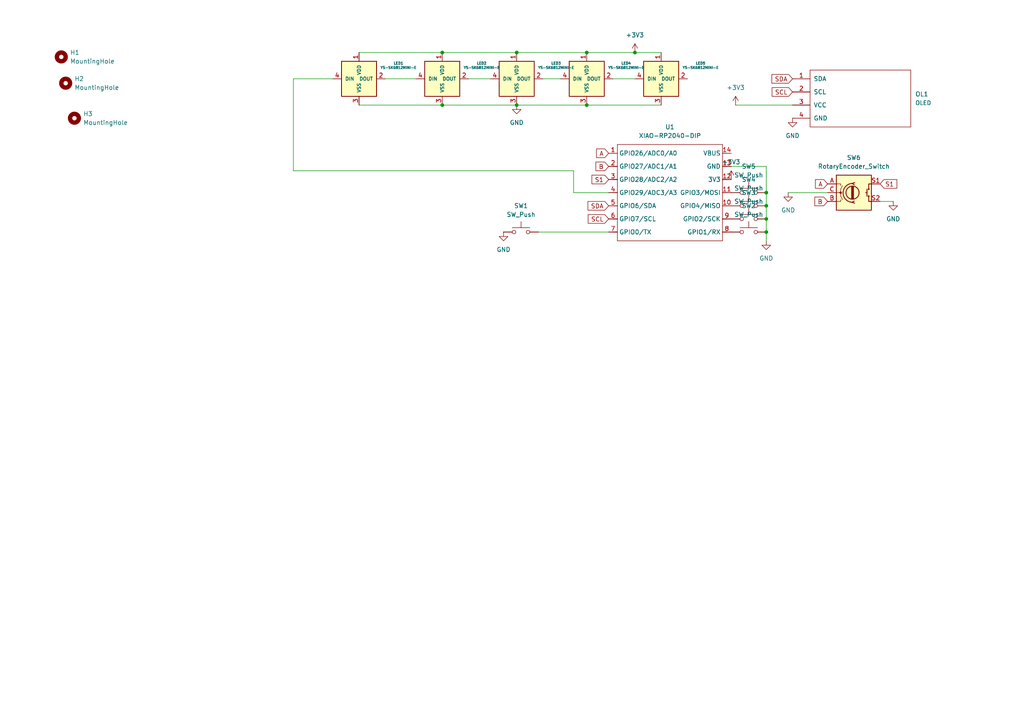
<source format=kicad_sch>
(kicad_sch
	(version 20250114)
	(generator "eeschema")
	(generator_version "9.0")
	(uuid "87fff923-44e0-4914-87f1-58ab986bbc4f")
	(paper "A4")
	(lib_symbols
		(symbol "Device:RotaryEncoder_Switch"
			(pin_names
				(offset 0.254)
				(hide yes)
			)
			(exclude_from_sim no)
			(in_bom yes)
			(on_board yes)
			(property "Reference" "SW"
				(at 0 6.604 0)
				(effects
					(font
						(size 1.27 1.27)
					)
				)
			)
			(property "Value" "RotaryEncoder_Switch"
				(at 0 -6.604 0)
				(effects
					(font
						(size 1.27 1.27)
					)
				)
			)
			(property "Footprint" ""
				(at -3.81 4.064 0)
				(effects
					(font
						(size 1.27 1.27)
					)
					(hide yes)
				)
			)
			(property "Datasheet" "~"
				(at 0 6.604 0)
				(effects
					(font
						(size 1.27 1.27)
					)
					(hide yes)
				)
			)
			(property "Description" "Rotary encoder, dual channel, incremental quadrate outputs, with switch"
				(at 0 0 0)
				(effects
					(font
						(size 1.27 1.27)
					)
					(hide yes)
				)
			)
			(property "ki_keywords" "rotary switch encoder switch push button"
				(at 0 0 0)
				(effects
					(font
						(size 1.27 1.27)
					)
					(hide yes)
				)
			)
			(property "ki_fp_filters" "RotaryEncoder*Switch*"
				(at 0 0 0)
				(effects
					(font
						(size 1.27 1.27)
					)
					(hide yes)
				)
			)
			(symbol "RotaryEncoder_Switch_0_1"
				(rectangle
					(start -5.08 5.08)
					(end 5.08 -5.08)
					(stroke
						(width 0.254)
						(type default)
					)
					(fill
						(type background)
					)
				)
				(polyline
					(pts
						(xy -5.08 2.54) (xy -3.81 2.54) (xy -3.81 2.032)
					)
					(stroke
						(width 0)
						(type default)
					)
					(fill
						(type none)
					)
				)
				(polyline
					(pts
						(xy -5.08 0) (xy -3.81 0) (xy -3.81 -1.016) (xy -3.302 -2.032)
					)
					(stroke
						(width 0)
						(type default)
					)
					(fill
						(type none)
					)
				)
				(polyline
					(pts
						(xy -5.08 -2.54) (xy -3.81 -2.54) (xy -3.81 -2.032)
					)
					(stroke
						(width 0)
						(type default)
					)
					(fill
						(type none)
					)
				)
				(polyline
					(pts
						(xy -4.318 0) (xy -3.81 0) (xy -3.81 1.016) (xy -3.302 2.032)
					)
					(stroke
						(width 0)
						(type default)
					)
					(fill
						(type none)
					)
				)
				(circle
					(center -3.81 0)
					(radius 0.254)
					(stroke
						(width 0)
						(type default)
					)
					(fill
						(type outline)
					)
				)
				(polyline
					(pts
						(xy -0.635 -1.778) (xy -0.635 1.778)
					)
					(stroke
						(width 0.254)
						(type default)
					)
					(fill
						(type none)
					)
				)
				(circle
					(center -0.381 0)
					(radius 1.905)
					(stroke
						(width 0.254)
						(type default)
					)
					(fill
						(type none)
					)
				)
				(polyline
					(pts
						(xy -0.381 -1.778) (xy -0.381 1.778)
					)
					(stroke
						(width 0.254)
						(type default)
					)
					(fill
						(type none)
					)
				)
				(arc
					(start -0.381 -2.794)
					(mid -3.0988 -0.0635)
					(end -0.381 2.667)
					(stroke
						(width 0.254)
						(type default)
					)
					(fill
						(type none)
					)
				)
				(polyline
					(pts
						(xy -0.127 1.778) (xy -0.127 -1.778)
					)
					(stroke
						(width 0.254)
						(type default)
					)
					(fill
						(type none)
					)
				)
				(polyline
					(pts
						(xy 0.254 2.921) (xy -0.508 2.667) (xy 0.127 2.286)
					)
					(stroke
						(width 0.254)
						(type default)
					)
					(fill
						(type none)
					)
				)
				(polyline
					(pts
						(xy 0.254 -3.048) (xy -0.508 -2.794) (xy 0.127 -2.413)
					)
					(stroke
						(width 0.254)
						(type default)
					)
					(fill
						(type none)
					)
				)
				(polyline
					(pts
						(xy 3.81 1.016) (xy 3.81 -1.016)
					)
					(stroke
						(width 0.254)
						(type default)
					)
					(fill
						(type none)
					)
				)
				(polyline
					(pts
						(xy 3.81 0) (xy 3.429 0)
					)
					(stroke
						(width 0.254)
						(type default)
					)
					(fill
						(type none)
					)
				)
				(circle
					(center 4.318 1.016)
					(radius 0.127)
					(stroke
						(width 0.254)
						(type default)
					)
					(fill
						(type none)
					)
				)
				(circle
					(center 4.318 -1.016)
					(radius 0.127)
					(stroke
						(width 0.254)
						(type default)
					)
					(fill
						(type none)
					)
				)
				(polyline
					(pts
						(xy 5.08 2.54) (xy 4.318 2.54) (xy 4.318 1.016)
					)
					(stroke
						(width 0.254)
						(type default)
					)
					(fill
						(type none)
					)
				)
				(polyline
					(pts
						(xy 5.08 -2.54) (xy 4.318 -2.54) (xy 4.318 -1.016)
					)
					(stroke
						(width 0.254)
						(type default)
					)
					(fill
						(type none)
					)
				)
			)
			(symbol "RotaryEncoder_Switch_1_1"
				(pin passive line
					(at -7.62 2.54 0)
					(length 2.54)
					(name "A"
						(effects
							(font
								(size 1.27 1.27)
							)
						)
					)
					(number "A"
						(effects
							(font
								(size 1.27 1.27)
							)
						)
					)
				)
				(pin passive line
					(at -7.62 0 0)
					(length 2.54)
					(name "C"
						(effects
							(font
								(size 1.27 1.27)
							)
						)
					)
					(number "C"
						(effects
							(font
								(size 1.27 1.27)
							)
						)
					)
				)
				(pin passive line
					(at -7.62 -2.54 0)
					(length 2.54)
					(name "B"
						(effects
							(font
								(size 1.27 1.27)
							)
						)
					)
					(number "B"
						(effects
							(font
								(size 1.27 1.27)
							)
						)
					)
				)
				(pin passive line
					(at 7.62 2.54 180)
					(length 2.54)
					(name "S1"
						(effects
							(font
								(size 1.27 1.27)
							)
						)
					)
					(number "S1"
						(effects
							(font
								(size 1.27 1.27)
							)
						)
					)
				)
				(pin passive line
					(at 7.62 -2.54 180)
					(length 2.54)
					(name "S2"
						(effects
							(font
								(size 1.27 1.27)
							)
						)
					)
					(number "S2"
						(effects
							(font
								(size 1.27 1.27)
							)
						)
					)
				)
			)
			(embedded_fonts no)
		)
		(symbol "Mechanical:MountingHole"
			(pin_names
				(offset 1.016)
			)
			(exclude_from_sim no)
			(in_bom no)
			(on_board yes)
			(property "Reference" "H"
				(at 0 5.08 0)
				(effects
					(font
						(size 1.27 1.27)
					)
				)
			)
			(property "Value" "MountingHole"
				(at 0 3.175 0)
				(effects
					(font
						(size 1.27 1.27)
					)
				)
			)
			(property "Footprint" ""
				(at 0 0 0)
				(effects
					(font
						(size 1.27 1.27)
					)
					(hide yes)
				)
			)
			(property "Datasheet" "~"
				(at 0 0 0)
				(effects
					(font
						(size 1.27 1.27)
					)
					(hide yes)
				)
			)
			(property "Description" "Mounting Hole without connection"
				(at 0 0 0)
				(effects
					(font
						(size 1.27 1.27)
					)
					(hide yes)
				)
			)
			(property "ki_keywords" "mounting hole"
				(at 0 0 0)
				(effects
					(font
						(size 1.27 1.27)
					)
					(hide yes)
				)
			)
			(property "ki_fp_filters" "MountingHole*"
				(at 0 0 0)
				(effects
					(font
						(size 1.27 1.27)
					)
					(hide yes)
				)
			)
			(symbol "MountingHole_0_1"
				(circle
					(center 0 0)
					(radius 1.27)
					(stroke
						(width 1.27)
						(type default)
					)
					(fill
						(type none)
					)
				)
			)
			(embedded_fonts no)
		)
		(symbol "Seeed_Studio_XIAO_Series:XIAO-RP2040-DIP"
			(exclude_from_sim no)
			(in_bom yes)
			(on_board yes)
			(property "Reference" "U"
				(at 0 0 0)
				(effects
					(font
						(size 1.27 1.27)
					)
				)
			)
			(property "Value" "XIAO-RP2040-DIP"
				(at 5.334 -1.778 0)
				(effects
					(font
						(size 1.27 1.27)
					)
				)
			)
			(property "Footprint" "Module:MOUDLE14P-XIAO-DIP-SMD"
				(at 14.478 -32.258 0)
				(effects
					(font
						(size 1.27 1.27)
					)
					(hide yes)
				)
			)
			(property "Datasheet" ""
				(at 0 0 0)
				(effects
					(font
						(size 1.27 1.27)
					)
					(hide yes)
				)
			)
			(property "Description" ""
				(at 0 0 0)
				(effects
					(font
						(size 1.27 1.27)
					)
					(hide yes)
				)
			)
			(symbol "XIAO-RP2040-DIP_1_0"
				(polyline
					(pts
						(xy -1.27 -2.54) (xy 29.21 -2.54)
					)
					(stroke
						(width 0.1524)
						(type solid)
					)
					(fill
						(type none)
					)
				)
				(polyline
					(pts
						(xy -1.27 -5.08) (xy -2.54 -5.08)
					)
					(stroke
						(width 0.1524)
						(type solid)
					)
					(fill
						(type none)
					)
				)
				(polyline
					(pts
						(xy -1.27 -5.08) (xy -1.27 -2.54)
					)
					(stroke
						(width 0.1524)
						(type solid)
					)
					(fill
						(type none)
					)
				)
				(polyline
					(pts
						(xy -1.27 -8.89) (xy -2.54 -8.89)
					)
					(stroke
						(width 0.1524)
						(type solid)
					)
					(fill
						(type none)
					)
				)
				(polyline
					(pts
						(xy -1.27 -8.89) (xy -1.27 -5.08)
					)
					(stroke
						(width 0.1524)
						(type solid)
					)
					(fill
						(type none)
					)
				)
				(polyline
					(pts
						(xy -1.27 -12.7) (xy -2.54 -12.7)
					)
					(stroke
						(width 0.1524)
						(type solid)
					)
					(fill
						(type none)
					)
				)
				(polyline
					(pts
						(xy -1.27 -12.7) (xy -1.27 -8.89)
					)
					(stroke
						(width 0.1524)
						(type solid)
					)
					(fill
						(type none)
					)
				)
				(polyline
					(pts
						(xy -1.27 -16.51) (xy -2.54 -16.51)
					)
					(stroke
						(width 0.1524)
						(type solid)
					)
					(fill
						(type none)
					)
				)
				(polyline
					(pts
						(xy -1.27 -16.51) (xy -1.27 -12.7)
					)
					(stroke
						(width 0.1524)
						(type solid)
					)
					(fill
						(type none)
					)
				)
				(polyline
					(pts
						(xy -1.27 -20.32) (xy -2.54 -20.32)
					)
					(stroke
						(width 0.1524)
						(type solid)
					)
					(fill
						(type none)
					)
				)
				(polyline
					(pts
						(xy -1.27 -24.13) (xy -2.54 -24.13)
					)
					(stroke
						(width 0.1524)
						(type solid)
					)
					(fill
						(type none)
					)
				)
				(polyline
					(pts
						(xy -1.27 -27.94) (xy -2.54 -27.94)
					)
					(stroke
						(width 0.1524)
						(type solid)
					)
					(fill
						(type none)
					)
				)
				(polyline
					(pts
						(xy -1.27 -30.48) (xy -1.27 -16.51)
					)
					(stroke
						(width 0.1524)
						(type solid)
					)
					(fill
						(type none)
					)
				)
				(polyline
					(pts
						(xy 29.21 -2.54) (xy 29.21 -5.08)
					)
					(stroke
						(width 0.1524)
						(type solid)
					)
					(fill
						(type none)
					)
				)
				(polyline
					(pts
						(xy 29.21 -5.08) (xy 29.21 -8.89)
					)
					(stroke
						(width 0.1524)
						(type solid)
					)
					(fill
						(type none)
					)
				)
				(polyline
					(pts
						(xy 29.21 -8.89) (xy 29.21 -12.7)
					)
					(stroke
						(width 0.1524)
						(type solid)
					)
					(fill
						(type none)
					)
				)
				(polyline
					(pts
						(xy 29.21 -12.7) (xy 29.21 -30.48)
					)
					(stroke
						(width 0.1524)
						(type solid)
					)
					(fill
						(type none)
					)
				)
				(polyline
					(pts
						(xy 29.21 -30.48) (xy -1.27 -30.48)
					)
					(stroke
						(width 0.1524)
						(type solid)
					)
					(fill
						(type none)
					)
				)
				(polyline
					(pts
						(xy 30.48 -5.08) (xy 29.21 -5.08)
					)
					(stroke
						(width 0.1524)
						(type solid)
					)
					(fill
						(type none)
					)
				)
				(polyline
					(pts
						(xy 30.48 -8.89) (xy 29.21 -8.89)
					)
					(stroke
						(width 0.1524)
						(type solid)
					)
					(fill
						(type none)
					)
				)
				(polyline
					(pts
						(xy 30.48 -12.7) (xy 29.21 -12.7)
					)
					(stroke
						(width 0.1524)
						(type solid)
					)
					(fill
						(type none)
					)
				)
				(polyline
					(pts
						(xy 30.48 -16.51) (xy 29.21 -16.51)
					)
					(stroke
						(width 0.1524)
						(type solid)
					)
					(fill
						(type none)
					)
				)
				(polyline
					(pts
						(xy 30.48 -20.32) (xy 29.21 -20.32)
					)
					(stroke
						(width 0.1524)
						(type solid)
					)
					(fill
						(type none)
					)
				)
				(polyline
					(pts
						(xy 30.48 -24.13) (xy 29.21 -24.13)
					)
					(stroke
						(width 0.1524)
						(type solid)
					)
					(fill
						(type none)
					)
				)
				(polyline
					(pts
						(xy 30.48 -27.94) (xy 29.21 -27.94)
					)
					(stroke
						(width 0.1524)
						(type solid)
					)
					(fill
						(type none)
					)
				)
				(pin passive line
					(at -3.81 -5.08 0)
					(length 2.54)
					(name "GPIO26/ADC0/A0"
						(effects
							(font
								(size 1.27 1.27)
							)
						)
					)
					(number "1"
						(effects
							(font
								(size 1.27 1.27)
							)
						)
					)
				)
				(pin passive line
					(at -3.81 -8.89 0)
					(length 2.54)
					(name "GPIO27/ADC1/A1"
						(effects
							(font
								(size 1.27 1.27)
							)
						)
					)
					(number "2"
						(effects
							(font
								(size 1.27 1.27)
							)
						)
					)
				)
				(pin passive line
					(at -3.81 -12.7 0)
					(length 2.54)
					(name "GPIO28/ADC2/A2"
						(effects
							(font
								(size 1.27 1.27)
							)
						)
					)
					(number "3"
						(effects
							(font
								(size 1.27 1.27)
							)
						)
					)
				)
				(pin passive line
					(at -3.81 -16.51 0)
					(length 2.54)
					(name "GPIO29/ADC3/A3"
						(effects
							(font
								(size 1.27 1.27)
							)
						)
					)
					(number "4"
						(effects
							(font
								(size 1.27 1.27)
							)
						)
					)
				)
				(pin passive line
					(at -3.81 -20.32 0)
					(length 2.54)
					(name "GPIO6/SDA"
						(effects
							(font
								(size 1.27 1.27)
							)
						)
					)
					(number "5"
						(effects
							(font
								(size 1.27 1.27)
							)
						)
					)
				)
				(pin passive line
					(at -3.81 -24.13 0)
					(length 2.54)
					(name "GPIO7/SCL"
						(effects
							(font
								(size 1.27 1.27)
							)
						)
					)
					(number "6"
						(effects
							(font
								(size 1.27 1.27)
							)
						)
					)
				)
				(pin passive line
					(at -3.81 -27.94 0)
					(length 2.54)
					(name "GPIO0/TX"
						(effects
							(font
								(size 1.27 1.27)
							)
						)
					)
					(number "7"
						(effects
							(font
								(size 1.27 1.27)
							)
						)
					)
				)
				(pin passive line
					(at 31.75 -5.08 180)
					(length 2.54)
					(name "VBUS"
						(effects
							(font
								(size 1.27 1.27)
							)
						)
					)
					(number "14"
						(effects
							(font
								(size 1.27 1.27)
							)
						)
					)
				)
				(pin passive line
					(at 31.75 -8.89 180)
					(length 2.54)
					(name "GND"
						(effects
							(font
								(size 1.27 1.27)
							)
						)
					)
					(number "13"
						(effects
							(font
								(size 1.27 1.27)
							)
						)
					)
				)
				(pin passive line
					(at 31.75 -12.7 180)
					(length 2.54)
					(name "3V3"
						(effects
							(font
								(size 1.27 1.27)
							)
						)
					)
					(number "12"
						(effects
							(font
								(size 1.27 1.27)
							)
						)
					)
				)
				(pin passive line
					(at 31.75 -16.51 180)
					(length 2.54)
					(name "GPIO3/MOSI"
						(effects
							(font
								(size 1.27 1.27)
							)
						)
					)
					(number "11"
						(effects
							(font
								(size 1.27 1.27)
							)
						)
					)
				)
				(pin passive line
					(at 31.75 -20.32 180)
					(length 2.54)
					(name "GPIO4/MISO"
						(effects
							(font
								(size 1.27 1.27)
							)
						)
					)
					(number "10"
						(effects
							(font
								(size 1.27 1.27)
							)
						)
					)
				)
				(pin passive line
					(at 31.75 -24.13 180)
					(length 2.54)
					(name "GPIO2/SCK"
						(effects
							(font
								(size 1.27 1.27)
							)
						)
					)
					(number "9"
						(effects
							(font
								(size 1.27 1.27)
							)
						)
					)
				)
				(pin passive line
					(at 31.75 -27.94 180)
					(length 2.54)
					(name "GPIO1/RX"
						(effects
							(font
								(size 1.27 1.27)
							)
						)
					)
					(number "8"
						(effects
							(font
								(size 1.27 1.27)
							)
						)
					)
				)
			)
			(embedded_fonts no)
		)
		(symbol "Switch:SW_Push"
			(pin_numbers
				(hide yes)
			)
			(pin_names
				(offset 1.016)
				(hide yes)
			)
			(exclude_from_sim no)
			(in_bom yes)
			(on_board yes)
			(property "Reference" "SW"
				(at 1.27 2.54 0)
				(effects
					(font
						(size 1.27 1.27)
					)
					(justify left)
				)
			)
			(property "Value" "SW_Push"
				(at 0 -1.524 0)
				(effects
					(font
						(size 1.27 1.27)
					)
				)
			)
			(property "Footprint" ""
				(at 0 5.08 0)
				(effects
					(font
						(size 1.27 1.27)
					)
					(hide yes)
				)
			)
			(property "Datasheet" "~"
				(at 0 5.08 0)
				(effects
					(font
						(size 1.27 1.27)
					)
					(hide yes)
				)
			)
			(property "Description" "Push button switch, generic, two pins"
				(at 0 0 0)
				(effects
					(font
						(size 1.27 1.27)
					)
					(hide yes)
				)
			)
			(property "ki_keywords" "switch normally-open pushbutton push-button"
				(at 0 0 0)
				(effects
					(font
						(size 1.27 1.27)
					)
					(hide yes)
				)
			)
			(symbol "SW_Push_0_1"
				(circle
					(center -2.032 0)
					(radius 0.508)
					(stroke
						(width 0)
						(type default)
					)
					(fill
						(type none)
					)
				)
				(polyline
					(pts
						(xy 0 1.27) (xy 0 3.048)
					)
					(stroke
						(width 0)
						(type default)
					)
					(fill
						(type none)
					)
				)
				(circle
					(center 2.032 0)
					(radius 0.508)
					(stroke
						(width 0)
						(type default)
					)
					(fill
						(type none)
					)
				)
				(polyline
					(pts
						(xy 2.54 1.27) (xy -2.54 1.27)
					)
					(stroke
						(width 0)
						(type default)
					)
					(fill
						(type none)
					)
				)
				(pin passive line
					(at -5.08 0 0)
					(length 2.54)
					(name "1"
						(effects
							(font
								(size 1.27 1.27)
							)
						)
					)
					(number "1"
						(effects
							(font
								(size 1.27 1.27)
							)
						)
					)
				)
				(pin passive line
					(at 5.08 0 180)
					(length 2.54)
					(name "2"
						(effects
							(font
								(size 1.27 1.27)
							)
						)
					)
					(number "2"
						(effects
							(font
								(size 1.27 1.27)
							)
						)
					)
				)
			)
			(embedded_fonts no)
		)
		(symbol "kbd(1):OLED"
			(pin_names
				(offset 1.016)
			)
			(exclude_from_sim no)
			(in_bom yes)
			(on_board yes)
			(property "Reference" "OL"
				(at 0 2.54 0)
				(effects
					(font
						(size 1.2954 1.2954)
					)
				)
			)
			(property "Value" "OLED"
				(at 0 -1.27 0)
				(effects
					(font
						(size 1.1938 1.1938)
					)
				)
			)
			(property "Footprint" ""
				(at 0 2.54 0)
				(effects
					(font
						(size 1.524 1.524)
					)
					(hide yes)
				)
			)
			(property "Datasheet" ""
				(at 0 2.54 0)
				(effects
					(font
						(size 1.524 1.524)
					)
					(hide yes)
				)
			)
			(property "Description" ""
				(at 0 0 0)
				(effects
					(font
						(size 1.27 1.27)
					)
					(hide yes)
				)
			)
			(symbol "OLED_0_1"
				(rectangle
					(start -13.97 8.89)
					(end 15.24 -7.62)
					(stroke
						(width 0)
						(type solid)
					)
					(fill
						(type none)
					)
				)
			)
			(symbol "OLED_1_1"
				(pin bidirectional line
					(at -19.05 6.35 0)
					(length 5.08)
					(name "SDA"
						(effects
							(font
								(size 1.27 1.27)
							)
						)
					)
					(number "1"
						(effects
							(font
								(size 1.27 1.27)
							)
						)
					)
				)
				(pin bidirectional line
					(at -19.05 2.54 0)
					(length 5.08)
					(name "SCL"
						(effects
							(font
								(size 1.27 1.27)
							)
						)
					)
					(number "2"
						(effects
							(font
								(size 1.27 1.27)
							)
						)
					)
				)
				(pin power_in line
					(at -19.05 -1.27 0)
					(length 5.08)
					(name "VCC"
						(effects
							(font
								(size 1.27 1.27)
							)
						)
					)
					(number "3"
						(effects
							(font
								(size 1.27 1.27)
							)
						)
					)
				)
				(pin power_in line
					(at -19.05 -5.08 0)
					(length 5.08)
					(name "GND"
						(effects
							(font
								(size 1.27 1.27)
							)
						)
					)
					(number "4"
						(effects
							(font
								(size 1.27 1.27)
							)
						)
					)
				)
			)
			(embedded_fonts no)
		)
		(symbol "kbd(1):YS-SK6812MINI-E"
			(pin_names
				(offset 1.016)
			)
			(exclude_from_sim no)
			(in_bom yes)
			(on_board yes)
			(property "Reference" "LED"
				(at 2.54 -7.62 0)
				(effects
					(font
						(size 0.7366 0.7366)
					)
				)
			)
			(property "Value" "YS-SK6812MINI-E"
				(at 6.35 -6.35 0)
				(effects
					(font
						(size 0.7366 0.7366)
					)
				)
			)
			(property "Footprint" ""
				(at 2.54 -6.35 0)
				(effects
					(font
						(size 1.27 1.27)
					)
					(hide yes)
				)
			)
			(property "Datasheet" ""
				(at 2.54 -6.35 0)
				(effects
					(font
						(size 1.27 1.27)
					)
					(hide yes)
				)
			)
			(property "Description" ""
				(at 0 0 0)
				(effects
					(font
						(size 1.27 1.27)
					)
					(hide yes)
				)
			)
			(symbol "YS-SK6812MINI-E_0_1"
				(rectangle
					(start -5.08 5.08)
					(end 5.08 -5.08)
					(stroke
						(width 0.254)
						(type solid)
					)
					(fill
						(type background)
					)
				)
			)
			(symbol "YS-SK6812MINI-E_1_1"
				(pin input line
					(at -7.62 0 0)
					(length 2.54)
					(name "DIN"
						(effects
							(font
								(size 0.9906 0.9906)
							)
						)
					)
					(number "4"
						(effects
							(font
								(size 1.27 1.27)
							)
						)
					)
				)
				(pin power_in line
					(at 0 7.62 270)
					(length 2.54)
					(name "VDD"
						(effects
							(font
								(size 0.9906 0.9906)
							)
						)
					)
					(number "1"
						(effects
							(font
								(size 1.27 1.27)
							)
						)
					)
				)
				(pin power_in line
					(at 0 -7.62 90)
					(length 2.54)
					(name "VSS"
						(effects
							(font
								(size 0.9906 0.9906)
							)
						)
					)
					(number "3"
						(effects
							(font
								(size 1.27 1.27)
							)
						)
					)
				)
				(pin output line
					(at 7.62 0 180)
					(length 2.54)
					(name "DOUT"
						(effects
							(font
								(size 0.9906 0.9906)
							)
						)
					)
					(number "2"
						(effects
							(font
								(size 1.27 1.27)
							)
						)
					)
				)
			)
			(embedded_fonts no)
		)
		(symbol "power:+3V3"
			(power)
			(pin_numbers
				(hide yes)
			)
			(pin_names
				(offset 0)
				(hide yes)
			)
			(exclude_from_sim no)
			(in_bom yes)
			(on_board yes)
			(property "Reference" "#PWR"
				(at 0 -3.81 0)
				(effects
					(font
						(size 1.27 1.27)
					)
					(hide yes)
				)
			)
			(property "Value" "+3V3"
				(at 0 3.556 0)
				(effects
					(font
						(size 1.27 1.27)
					)
				)
			)
			(property "Footprint" ""
				(at 0 0 0)
				(effects
					(font
						(size 1.27 1.27)
					)
					(hide yes)
				)
			)
			(property "Datasheet" ""
				(at 0 0 0)
				(effects
					(font
						(size 1.27 1.27)
					)
					(hide yes)
				)
			)
			(property "Description" "Power symbol creates a global label with name \"+3V3\""
				(at 0 0 0)
				(effects
					(font
						(size 1.27 1.27)
					)
					(hide yes)
				)
			)
			(property "ki_keywords" "global power"
				(at 0 0 0)
				(effects
					(font
						(size 1.27 1.27)
					)
					(hide yes)
				)
			)
			(symbol "+3V3_0_1"
				(polyline
					(pts
						(xy -0.762 1.27) (xy 0 2.54)
					)
					(stroke
						(width 0)
						(type default)
					)
					(fill
						(type none)
					)
				)
				(polyline
					(pts
						(xy 0 2.54) (xy 0.762 1.27)
					)
					(stroke
						(width 0)
						(type default)
					)
					(fill
						(type none)
					)
				)
				(polyline
					(pts
						(xy 0 0) (xy 0 2.54)
					)
					(stroke
						(width 0)
						(type default)
					)
					(fill
						(type none)
					)
				)
			)
			(symbol "+3V3_1_1"
				(pin power_in line
					(at 0 0 90)
					(length 0)
					(name "~"
						(effects
							(font
								(size 1.27 1.27)
							)
						)
					)
					(number "1"
						(effects
							(font
								(size 1.27 1.27)
							)
						)
					)
				)
			)
			(embedded_fonts no)
		)
		(symbol "power:GND"
			(power)
			(pin_numbers
				(hide yes)
			)
			(pin_names
				(offset 0)
				(hide yes)
			)
			(exclude_from_sim no)
			(in_bom yes)
			(on_board yes)
			(property "Reference" "#PWR"
				(at 0 -6.35 0)
				(effects
					(font
						(size 1.27 1.27)
					)
					(hide yes)
				)
			)
			(property "Value" "GND"
				(at 0 -3.81 0)
				(effects
					(font
						(size 1.27 1.27)
					)
				)
			)
			(property "Footprint" ""
				(at 0 0 0)
				(effects
					(font
						(size 1.27 1.27)
					)
					(hide yes)
				)
			)
			(property "Datasheet" ""
				(at 0 0 0)
				(effects
					(font
						(size 1.27 1.27)
					)
					(hide yes)
				)
			)
			(property "Description" "Power symbol creates a global label with name \"GND\" , ground"
				(at 0 0 0)
				(effects
					(font
						(size 1.27 1.27)
					)
					(hide yes)
				)
			)
			(property "ki_keywords" "global power"
				(at 0 0 0)
				(effects
					(font
						(size 1.27 1.27)
					)
					(hide yes)
				)
			)
			(symbol "GND_0_1"
				(polyline
					(pts
						(xy 0 0) (xy 0 -1.27) (xy 1.27 -1.27) (xy 0 -2.54) (xy -1.27 -1.27) (xy 0 -1.27)
					)
					(stroke
						(width 0)
						(type default)
					)
					(fill
						(type none)
					)
				)
			)
			(symbol "GND_1_1"
				(pin power_in line
					(at 0 0 270)
					(length 0)
					(name "~"
						(effects
							(font
								(size 1.27 1.27)
							)
						)
					)
					(number "1"
						(effects
							(font
								(size 1.27 1.27)
							)
						)
					)
				)
			)
			(embedded_fonts no)
		)
	)
	(junction
		(at 128.27 30.48)
		(diameter 0)
		(color 0 0 0 0)
		(uuid "0bbf10c2-d87d-4c41-9862-5505eab88cff")
	)
	(junction
		(at 222.25 55.88)
		(diameter 0)
		(color 0 0 0 0)
		(uuid "176321b5-f1a8-4385-b972-a7dd43e32f2e")
	)
	(junction
		(at 149.86 15.24)
		(diameter 0)
		(color 0 0 0 0)
		(uuid "1a8b1980-4ceb-4213-93b8-4fe9d7029636")
	)
	(junction
		(at 170.18 30.48)
		(diameter 0)
		(color 0 0 0 0)
		(uuid "20320005-a70b-45e7-9211-35df0009ea43")
	)
	(junction
		(at 170.18 15.24)
		(diameter 0)
		(color 0 0 0 0)
		(uuid "203ff46c-175f-4623-a386-ce9fc878a03e")
	)
	(junction
		(at 222.25 63.5)
		(diameter 0)
		(color 0 0 0 0)
		(uuid "2e709bac-5f0b-4efe-b347-d7069d3ad927")
	)
	(junction
		(at 149.86 30.48)
		(diameter 0)
		(color 0 0 0 0)
		(uuid "38b7dae5-e1bf-4cd1-a70d-1449c12de120")
	)
	(junction
		(at 128.27 15.24)
		(diameter 0)
		(color 0 0 0 0)
		(uuid "3b046c96-deb4-4840-83f3-ba9a7295dbea")
	)
	(junction
		(at 222.25 67.31)
		(diameter 0)
		(color 0 0 0 0)
		(uuid "8e7d610c-7294-4bcd-851a-29c226b415d3")
	)
	(junction
		(at 222.25 59.69)
		(diameter 0)
		(color 0 0 0 0)
		(uuid "982608fa-e15b-411b-86e0-e77b01361363")
	)
	(junction
		(at 184.15 15.24)
		(diameter 0)
		(color 0 0 0 0)
		(uuid "e0ce89d3-4bb8-47bd-a0c8-80ce3a447d55")
	)
	(wire
		(pts
			(xy 212.09 48.26) (xy 222.25 48.26)
		)
		(stroke
			(width 0)
			(type default)
		)
		(uuid "01f6a893-a858-4423-9c6c-0e4d38efda00")
	)
	(wire
		(pts
			(xy 111.76 22.86) (xy 120.65 22.86)
		)
		(stroke
			(width 0)
			(type default)
		)
		(uuid "027f2a7b-e519-4e02-97a7-b75754998d23")
	)
	(wire
		(pts
			(xy 170.18 15.24) (xy 184.15 15.24)
		)
		(stroke
			(width 0)
			(type default)
		)
		(uuid "0685a4c8-a2f6-4be4-8d68-ce4b9245ee58")
	)
	(wire
		(pts
			(xy 128.27 30.48) (xy 149.86 30.48)
		)
		(stroke
			(width 0)
			(type default)
		)
		(uuid "0b2a7bff-2c63-4ecc-bab9-d824e00bee82")
	)
	(wire
		(pts
			(xy 149.86 15.24) (xy 170.18 15.24)
		)
		(stroke
			(width 0)
			(type default)
		)
		(uuid "2aa36f4e-b42a-49a8-9254-63871c41850d")
	)
	(wire
		(pts
			(xy 228.6 55.88) (xy 240.03 55.88)
		)
		(stroke
			(width 0)
			(type default)
		)
		(uuid "332937b4-0b45-47a5-9ef3-4258f1021f3d")
	)
	(wire
		(pts
			(xy 222.25 63.5) (xy 222.25 59.69)
		)
		(stroke
			(width 0)
			(type default)
		)
		(uuid "35c5c82e-48b3-47ee-a5e4-4de7059808a9")
	)
	(wire
		(pts
			(xy 85.09 22.86) (xy 85.09 49.53)
		)
		(stroke
			(width 0)
			(type default)
		)
		(uuid "47073a79-6e06-4278-906d-5f0a22c91398")
	)
	(wire
		(pts
			(xy 149.86 30.48) (xy 170.18 30.48)
		)
		(stroke
			(width 0)
			(type default)
		)
		(uuid "4744a32a-f077-455b-9ef9-0733c306b65b")
	)
	(wire
		(pts
			(xy 166.37 49.53) (xy 166.37 55.88)
		)
		(stroke
			(width 0)
			(type default)
		)
		(uuid "4abc4b3e-ee7a-4e9b-8dca-92a544695d64")
	)
	(wire
		(pts
			(xy 96.52 22.86) (xy 85.09 22.86)
		)
		(stroke
			(width 0)
			(type default)
		)
		(uuid "4e715fee-89c0-45b7-b0c9-c98f6f463de3")
	)
	(wire
		(pts
			(xy 222.25 55.88) (xy 222.25 59.69)
		)
		(stroke
			(width 0)
			(type default)
		)
		(uuid "71011137-46f1-487c-8dd8-1411807437ff")
	)
	(wire
		(pts
			(xy 135.89 22.86) (xy 142.24 22.86)
		)
		(stroke
			(width 0)
			(type default)
		)
		(uuid "760d9df3-201f-4318-9b4a-47c54ed80f50")
	)
	(wire
		(pts
			(xy 104.14 30.48) (xy 128.27 30.48)
		)
		(stroke
			(width 0)
			(type default)
		)
		(uuid "7fbfa034-5736-4891-bb62-ce0d13ad51cc")
	)
	(wire
		(pts
			(xy 104.14 15.24) (xy 128.27 15.24)
		)
		(stroke
			(width 0)
			(type default)
		)
		(uuid "805f3264-4c41-4ecb-aa9a-664b0f7b261b")
	)
	(wire
		(pts
			(xy 222.25 48.26) (xy 222.25 55.88)
		)
		(stroke
			(width 0)
			(type default)
		)
		(uuid "812da402-891e-4ab6-bdfd-efb6ae8e5d77")
	)
	(wire
		(pts
			(xy 85.09 49.53) (xy 166.37 49.53)
		)
		(stroke
			(width 0)
			(type default)
		)
		(uuid "8882bf80-1d17-4ddf-a4b8-d7224c1812bc")
	)
	(wire
		(pts
			(xy 166.37 55.88) (xy 176.53 55.88)
		)
		(stroke
			(width 0)
			(type default)
		)
		(uuid "9ba32499-a9a8-4d91-8667-ca27071333d9")
	)
	(wire
		(pts
			(xy 177.8 22.86) (xy 184.15 22.86)
		)
		(stroke
			(width 0)
			(type default)
		)
		(uuid "ac0ac758-d332-4e2b-8895-ad2d13fa85ae")
	)
	(wire
		(pts
			(xy 157.48 22.86) (xy 162.56 22.86)
		)
		(stroke
			(width 0)
			(type default)
		)
		(uuid "b8359c38-97a6-427d-a98e-def2cafc255b")
	)
	(wire
		(pts
			(xy 213.36 30.48) (xy 229.87 30.48)
		)
		(stroke
			(width 0)
			(type default)
		)
		(uuid "bad5c6d5-b934-4b3b-a45a-cf9a47cbae24")
	)
	(wire
		(pts
			(xy 259.08 58.42) (xy 255.27 58.42)
		)
		(stroke
			(width 0)
			(type default)
		)
		(uuid "c769f653-ae1b-4b86-b46d-c466731d0024")
	)
	(wire
		(pts
			(xy 156.21 67.31) (xy 176.53 67.31)
		)
		(stroke
			(width 0)
			(type default)
		)
		(uuid "caa6d900-c03b-4529-ace4-02bc8751dbb7")
	)
	(wire
		(pts
			(xy 222.25 67.31) (xy 222.25 63.5)
		)
		(stroke
			(width 0)
			(type default)
		)
		(uuid "d3e2d578-66c5-468f-ac25-119cacb5d027")
	)
	(wire
		(pts
			(xy 222.25 69.85) (xy 222.25 67.31)
		)
		(stroke
			(width 0)
			(type default)
		)
		(uuid "e0565a86-25bc-4a76-8616-478ae8c0ae0b")
	)
	(wire
		(pts
			(xy 170.18 30.48) (xy 191.77 30.48)
		)
		(stroke
			(width 0)
			(type default)
		)
		(uuid "eab90565-ab27-4743-b5d2-74454a117c28")
	)
	(wire
		(pts
			(xy 128.27 15.24) (xy 149.86 15.24)
		)
		(stroke
			(width 0)
			(type default)
		)
		(uuid "f9cdf398-3651-4090-80de-7c4e35f73f69")
	)
	(wire
		(pts
			(xy 184.15 15.24) (xy 191.77 15.24)
		)
		(stroke
			(width 0)
			(type default)
		)
		(uuid "fa8072f0-6cd3-4c08-809d-8a41e4664101")
	)
	(global_label "SDA"
		(shape input)
		(at 229.87 22.86 180)
		(fields_autoplaced yes)
		(effects
			(font
				(size 1.27 1.27)
			)
			(justify right)
		)
		(uuid "0db7537a-1f19-4c6e-a773-ffaa84be79e1")
		(property "Intersheetrefs" "${INTERSHEET_REFS}"
			(at 223.3167 22.86 0)
			(effects
				(font
					(size 1.27 1.27)
				)
				(justify right)
				(hide yes)
			)
		)
	)
	(global_label "SCL"
		(shape input)
		(at 176.53 63.5 180)
		(fields_autoplaced yes)
		(effects
			(font
				(size 1.27 1.27)
			)
			(justify right)
		)
		(uuid "23445f49-6383-48ec-bbea-0f691acf5775")
		(property "Intersheetrefs" "${INTERSHEET_REFS}"
			(at 170.0372 63.5 0)
			(effects
				(font
					(size 1.27 1.27)
				)
				(justify right)
				(hide yes)
			)
		)
	)
	(global_label "S1"
		(shape input)
		(at 176.53 52.07 180)
		(fields_autoplaced yes)
		(effects
			(font
				(size 1.27 1.27)
			)
			(justify right)
		)
		(uuid "3538ff1b-449f-4282-887d-a8e5ce897c03")
		(property "Intersheetrefs" "${INTERSHEET_REFS}"
			(at 171.1258 52.07 0)
			(effects
				(font
					(size 1.27 1.27)
				)
				(justify right)
				(hide yes)
			)
		)
	)
	(global_label "S1"
		(shape input)
		(at 255.27 53.34 0)
		(fields_autoplaced yes)
		(effects
			(font
				(size 1.27 1.27)
			)
			(justify left)
		)
		(uuid "39362638-a083-4417-8983-3a68583524cc")
		(property "Intersheetrefs" "${INTERSHEET_REFS}"
			(at 260.6742 53.34 0)
			(effects
				(font
					(size 1.27 1.27)
				)
				(justify left)
				(hide yes)
			)
		)
	)
	(global_label "A"
		(shape input)
		(at 240.03 53.34 180)
		(fields_autoplaced yes)
		(effects
			(font
				(size 1.27 1.27)
			)
			(justify right)
		)
		(uuid "43d9fe74-f62d-4253-be41-0a28bf5e1491")
		(property "Intersheetrefs" "${INTERSHEET_REFS}"
			(at 235.9562 53.34 0)
			(effects
				(font
					(size 1.27 1.27)
				)
				(justify right)
				(hide yes)
			)
		)
	)
	(global_label "B"
		(shape input)
		(at 176.53 48.26 180)
		(fields_autoplaced yes)
		(effects
			(font
				(size 1.27 1.27)
			)
			(justify right)
		)
		(uuid "70f81eee-6962-468d-b7d0-d98845122177")
		(property "Intersheetrefs" "${INTERSHEET_REFS}"
			(at 172.2748 48.26 0)
			(effects
				(font
					(size 1.27 1.27)
				)
				(justify right)
				(hide yes)
			)
		)
	)
	(global_label "SCL"
		(shape input)
		(at 229.87 26.67 180)
		(fields_autoplaced yes)
		(effects
			(font
				(size 1.27 1.27)
			)
			(justify right)
		)
		(uuid "89aeda03-5bfe-47af-871f-f16fd29938d5")
		(property "Intersheetrefs" "${INTERSHEET_REFS}"
			(at 223.3772 26.67 0)
			(effects
				(font
					(size 1.27 1.27)
				)
				(justify right)
				(hide yes)
			)
		)
	)
	(global_label "SDA"
		(shape input)
		(at 176.53 59.69 180)
		(fields_autoplaced yes)
		(effects
			(font
				(size 1.27 1.27)
			)
			(justify right)
		)
		(uuid "8ec96c23-7e5a-46f1-9723-e7b6e5beb219")
		(property "Intersheetrefs" "${INTERSHEET_REFS}"
			(at 169.9767 59.69 0)
			(effects
				(font
					(size 1.27 1.27)
				)
				(justify right)
				(hide yes)
			)
		)
	)
	(global_label "B"
		(shape input)
		(at 240.03 58.42 180)
		(fields_autoplaced yes)
		(effects
			(font
				(size 1.27 1.27)
			)
			(justify right)
		)
		(uuid "9a380973-754f-45f8-bd2d-fec3bd407b35")
		(property "Intersheetrefs" "${INTERSHEET_REFS}"
			(at 235.7748 58.42 0)
			(effects
				(font
					(size 1.27 1.27)
				)
				(justify right)
				(hide yes)
			)
		)
	)
	(global_label "A"
		(shape input)
		(at 176.53 44.45 180)
		(fields_autoplaced yes)
		(effects
			(font
				(size 1.27 1.27)
			)
			(justify right)
		)
		(uuid "bf1d758e-2203-4d11-9230-26f37fa6a5e2")
		(property "Intersheetrefs" "${INTERSHEET_REFS}"
			(at 172.4562 44.45 0)
			(effects
				(font
					(size 1.27 1.27)
				)
				(justify right)
				(hide yes)
			)
		)
	)
	(symbol
		(lib_id "Seeed_Studio_XIAO_Series:XIAO-RP2040-DIP")
		(at 180.34 39.37 0)
		(unit 1)
		(exclude_from_sim no)
		(in_bom yes)
		(on_board yes)
		(dnp no)
		(fields_autoplaced yes)
		(uuid "099da041-0abe-4064-b075-2e12f61e6f24")
		(property "Reference" "U1"
			(at 194.31 36.83 0)
			(effects
				(font
					(size 1.27 1.27)
				)
			)
		)
		(property "Value" "XIAO-RP2040-DIP"
			(at 194.31 39.37 0)
			(effects
				(font
					(size 1.27 1.27)
				)
			)
		)
		(property "Footprint" "Seeed Studio XIAO Series Library:XIAO-RP2040-DIP"
			(at 194.818 71.628 0)
			(effects
				(font
					(size 1.27 1.27)
				)
				(hide yes)
			)
		)
		(property "Datasheet" ""
			(at 180.34 39.37 0)
			(effects
				(font
					(size 1.27 1.27)
				)
				(hide yes)
			)
		)
		(property "Description" ""
			(at 180.34 39.37 0)
			(effects
				(font
					(size 1.27 1.27)
				)
				(hide yes)
			)
		)
		(pin "11"
			(uuid "ccae5196-5c65-45a9-97f4-bff1952f6373")
		)
		(pin "12"
			(uuid "c28cae7b-4a69-4667-89f0-2c4764a9cfc6")
		)
		(pin "8"
			(uuid "b130297d-075a-4e0e-bd94-02e246a82171")
		)
		(pin "2"
			(uuid "9c26e2dc-6d46-4aa6-8cac-246f8f0524b1")
		)
		(pin "1"
			(uuid "e73c6995-250c-4114-92ad-b2a4b5b1e99b")
		)
		(pin "7"
			(uuid "25dcda5e-4651-4cc1-bf06-ce47737c0bb7")
		)
		(pin "3"
			(uuid "6e328fb0-9409-4c45-a0d3-62a089796576")
		)
		(pin "14"
			(uuid "e6e89637-44ea-4a9d-97df-e199b9508c28")
		)
		(pin "5"
			(uuid "f4d96515-cdc6-4215-8aea-06b21bcb9e8e")
		)
		(pin "6"
			(uuid "c0112b9e-3113-4f1d-b8a4-2c8631f9792a")
		)
		(pin "4"
			(uuid "0fe059c0-d207-4e28-9b66-a958d37950ba")
		)
		(pin "13"
			(uuid "909ea538-47ec-4077-a563-75db1742c4d5")
		)
		(pin "9"
			(uuid "4c4d7099-a84b-40c5-9885-da6722e7eea5")
		)
		(pin "10"
			(uuid "b837bace-064b-469a-ba29-47e95263ed4a")
		)
		(instances
			(project ""
				(path "/87fff923-44e0-4914-87f1-58ab986bbc4f"
					(reference "U1")
					(unit 1)
				)
			)
		)
	)
	(symbol
		(lib_id "Switch:SW_Push")
		(at 217.17 63.5 0)
		(unit 1)
		(exclude_from_sim no)
		(in_bom yes)
		(on_board yes)
		(dnp no)
		(fields_autoplaced yes)
		(uuid "127db842-4175-4cbb-9644-58108f3da110")
		(property "Reference" "SW3"
			(at 217.17 55.88 0)
			(effects
				(font
					(size 1.27 1.27)
				)
			)
		)
		(property "Value" "SW_Push"
			(at 217.17 58.42 0)
			(effects
				(font
					(size 1.27 1.27)
				)
			)
		)
		(property "Footprint" "Button_Switch_Keyboard:SW_Cherry_MX_1.00u_PCB"
			(at 217.17 58.42 0)
			(effects
				(font
					(size 1.27 1.27)
				)
				(hide yes)
			)
		)
		(property "Datasheet" "~"
			(at 217.17 58.42 0)
			(effects
				(font
					(size 1.27 1.27)
				)
				(hide yes)
			)
		)
		(property "Description" "Push button switch, generic, two pins"
			(at 217.17 63.5 0)
			(effects
				(font
					(size 1.27 1.27)
				)
				(hide yes)
			)
		)
		(pin "1"
			(uuid "6697a552-c2be-4864-a76f-d1ba13d42d38")
		)
		(pin "2"
			(uuid "77bfa57a-6738-4c45-bc22-27148518f830")
		)
		(instances
			(project "dimapad"
				(path "/87fff923-44e0-4914-87f1-58ab986bbc4f"
					(reference "SW3")
					(unit 1)
				)
			)
		)
	)
	(symbol
		(lib_id "Mechanical:MountingHole")
		(at 21.59 34.29 0)
		(unit 1)
		(exclude_from_sim no)
		(in_bom no)
		(on_board yes)
		(dnp no)
		(fields_autoplaced yes)
		(uuid "18923903-688a-4f19-9793-967ce6c4d808")
		(property "Reference" "H3"
			(at 24.13 33.0199 0)
			(effects
				(font
					(size 1.27 1.27)
				)
				(justify left)
			)
		)
		(property "Value" "MountingHole"
			(at 24.13 35.5599 0)
			(effects
				(font
					(size 1.27 1.27)
				)
				(justify left)
			)
		)
		(property "Footprint" "MountingHole:MountingHole_3.2mm_M3"
			(at 21.59 34.29 0)
			(effects
				(font
					(size 1.27 1.27)
				)
				(hide yes)
			)
		)
		(property "Datasheet" "~"
			(at 21.59 34.29 0)
			(effects
				(font
					(size 1.27 1.27)
				)
				(hide yes)
			)
		)
		(property "Description" "Mounting Hole without connection"
			(at 21.59 34.29 0)
			(effects
				(font
					(size 1.27 1.27)
				)
				(hide yes)
			)
		)
		(instances
			(project "dimapad"
				(path "/87fff923-44e0-4914-87f1-58ab986bbc4f"
					(reference "H3")
					(unit 1)
				)
			)
		)
	)
	(symbol
		(lib_id "power:+3V3")
		(at 212.09 52.07 0)
		(unit 1)
		(exclude_from_sim no)
		(in_bom yes)
		(on_board yes)
		(dnp no)
		(fields_autoplaced yes)
		(uuid "1ecadcaa-db64-46a3-b877-c9e781fd1333")
		(property "Reference" "#PWR05"
			(at 212.09 55.88 0)
			(effects
				(font
					(size 1.27 1.27)
				)
				(hide yes)
			)
		)
		(property "Value" "+3V3"
			(at 212.09 46.99 0)
			(effects
				(font
					(size 1.27 1.27)
				)
			)
		)
		(property "Footprint" ""
			(at 212.09 52.07 0)
			(effects
				(font
					(size 1.27 1.27)
				)
				(hide yes)
			)
		)
		(property "Datasheet" ""
			(at 212.09 52.07 0)
			(effects
				(font
					(size 1.27 1.27)
				)
				(hide yes)
			)
		)
		(property "Description" "Power symbol creates a global label with name \"+3V3\""
			(at 212.09 52.07 0)
			(effects
				(font
					(size 1.27 1.27)
				)
				(hide yes)
			)
		)
		(pin "1"
			(uuid "d225b2de-239d-4d57-adc4-fd7d123722e7")
		)
		(instances
			(project ""
				(path "/87fff923-44e0-4914-87f1-58ab986bbc4f"
					(reference "#PWR05")
					(unit 1)
				)
			)
		)
	)
	(symbol
		(lib_id "power:GND")
		(at 228.6 55.88 0)
		(unit 1)
		(exclude_from_sim no)
		(in_bom yes)
		(on_board yes)
		(dnp no)
		(fields_autoplaced yes)
		(uuid "21791bd3-9927-437d-99ad-53c5f807d0eb")
		(property "Reference" "#PWR07"
			(at 228.6 62.23 0)
			(effects
				(font
					(size 1.27 1.27)
				)
				(hide yes)
			)
		)
		(property "Value" "GND"
			(at 228.6 60.96 0)
			(effects
				(font
					(size 1.27 1.27)
				)
			)
		)
		(property "Footprint" ""
			(at 228.6 55.88 0)
			(effects
				(font
					(size 1.27 1.27)
				)
				(hide yes)
			)
		)
		(property "Datasheet" ""
			(at 228.6 55.88 0)
			(effects
				(font
					(size 1.27 1.27)
				)
				(hide yes)
			)
		)
		(property "Description" "Power symbol creates a global label with name \"GND\" , ground"
			(at 228.6 55.88 0)
			(effects
				(font
					(size 1.27 1.27)
				)
				(hide yes)
			)
		)
		(pin "1"
			(uuid "79a2bb9e-3245-4d60-89f0-badfd036a4f4")
		)
		(instances
			(project ""
				(path "/87fff923-44e0-4914-87f1-58ab986bbc4f"
					(reference "#PWR07")
					(unit 1)
				)
			)
		)
	)
	(symbol
		(lib_id "Switch:SW_Push")
		(at 217.17 55.88 0)
		(unit 1)
		(exclude_from_sim no)
		(in_bom yes)
		(on_board yes)
		(dnp no)
		(fields_autoplaced yes)
		(uuid "2da489e3-d42a-418e-9102-e613b571bee5")
		(property "Reference" "SW5"
			(at 217.17 48.26 0)
			(effects
				(font
					(size 1.27 1.27)
				)
			)
		)
		(property "Value" "SW_Push"
			(at 217.17 50.8 0)
			(effects
				(font
					(size 1.27 1.27)
				)
			)
		)
		(property "Footprint" "Button_Switch_Keyboard:SW_Cherry_MX_1.00u_PCB"
			(at 217.17 50.8 0)
			(effects
				(font
					(size 1.27 1.27)
				)
				(hide yes)
			)
		)
		(property "Datasheet" "~"
			(at 217.17 50.8 0)
			(effects
				(font
					(size 1.27 1.27)
				)
				(hide yes)
			)
		)
		(property "Description" "Push button switch, generic, two pins"
			(at 217.17 55.88 0)
			(effects
				(font
					(size 1.27 1.27)
				)
				(hide yes)
			)
		)
		(pin "1"
			(uuid "71893067-15d2-4cf6-a18c-898ee6a87caa")
		)
		(pin "2"
			(uuid "1782b89e-05f1-403f-aa48-27af88e96465")
		)
		(instances
			(project "dimapad"
				(path "/87fff923-44e0-4914-87f1-58ab986bbc4f"
					(reference "SW5")
					(unit 1)
				)
			)
		)
	)
	(symbol
		(lib_id "power:GND")
		(at 222.25 69.85 0)
		(unit 1)
		(exclude_from_sim no)
		(in_bom yes)
		(on_board yes)
		(dnp no)
		(fields_autoplaced yes)
		(uuid "6b1c33f2-452e-412f-8a97-a1be62373f1b")
		(property "Reference" "#PWR02"
			(at 222.25 76.2 0)
			(effects
				(font
					(size 1.27 1.27)
				)
				(hide yes)
			)
		)
		(property "Value" "GND"
			(at 222.25 74.93 0)
			(effects
				(font
					(size 1.27 1.27)
				)
			)
		)
		(property "Footprint" ""
			(at 222.25 69.85 0)
			(effects
				(font
					(size 1.27 1.27)
				)
				(hide yes)
			)
		)
		(property "Datasheet" ""
			(at 222.25 69.85 0)
			(effects
				(font
					(size 1.27 1.27)
				)
				(hide yes)
			)
		)
		(property "Description" "Power symbol creates a global label with name \"GND\" , ground"
			(at 222.25 69.85 0)
			(effects
				(font
					(size 1.27 1.27)
				)
				(hide yes)
			)
		)
		(pin "1"
			(uuid "b7899868-d6e4-46d9-b859-57a64837fd79")
		)
		(instances
			(project ""
				(path "/87fff923-44e0-4914-87f1-58ab986bbc4f"
					(reference "#PWR02")
					(unit 1)
				)
			)
		)
	)
	(symbol
		(lib_id "kbd(1):YS-SK6812MINI-E")
		(at 170.18 22.86 0)
		(unit 1)
		(exclude_from_sim no)
		(in_bom yes)
		(on_board yes)
		(dnp no)
		(fields_autoplaced yes)
		(uuid "7298ce4c-6ce7-42f9-af55-611010e0ef88")
		(property "Reference" "LED4"
			(at 181.61 18.3449 0)
			(effects
				(font
					(size 0.7366 0.7366)
				)
			)
		)
		(property "Value" "YS-SK6812MINI-E"
			(at 181.61 19.6149 0)
			(effects
				(font
					(size 0.7366 0.7366)
				)
			)
		)
		(property "Footprint" "custom:MX_SK6812MINI-E_REV"
			(at 172.72 29.21 0)
			(effects
				(font
					(size 1.27 1.27)
				)
				(hide yes)
			)
		)
		(property "Datasheet" ""
			(at 172.72 29.21 0)
			(effects
				(font
					(size 1.27 1.27)
				)
				(hide yes)
			)
		)
		(property "Description" ""
			(at 170.18 22.86 0)
			(effects
				(font
					(size 1.27 1.27)
				)
				(hide yes)
			)
		)
		(pin "3"
			(uuid "7099ea62-a0d3-4e9f-bd66-1485d1aa9aa6")
		)
		(pin "1"
			(uuid "25b7fe3e-f9d9-45d5-8756-f718215c8f90")
		)
		(pin "4"
			(uuid "a5dd0485-6d82-463a-9c78-44f9c150500a")
		)
		(pin "2"
			(uuid "705142cf-cdbc-4d34-bacf-586f11b79b37")
		)
		(instances
			(project "dimapad"
				(path "/87fff923-44e0-4914-87f1-58ab986bbc4f"
					(reference "LED4")
					(unit 1)
				)
			)
		)
	)
	(symbol
		(lib_id "power:GND")
		(at 146.05 67.31 0)
		(unit 1)
		(exclude_from_sim no)
		(in_bom yes)
		(on_board yes)
		(dnp no)
		(fields_autoplaced yes)
		(uuid "7aac80d1-0454-4b16-93e1-4e4793facfde")
		(property "Reference" "#PWR01"
			(at 146.05 73.66 0)
			(effects
				(font
					(size 1.27 1.27)
				)
				(hide yes)
			)
		)
		(property "Value" "GND"
			(at 146.05 72.39 0)
			(effects
				(font
					(size 1.27 1.27)
				)
			)
		)
		(property "Footprint" ""
			(at 146.05 67.31 0)
			(effects
				(font
					(size 1.27 1.27)
				)
				(hide yes)
			)
		)
		(property "Datasheet" ""
			(at 146.05 67.31 0)
			(effects
				(font
					(size 1.27 1.27)
				)
				(hide yes)
			)
		)
		(property "Description" "Power symbol creates a global label with name \"GND\" , ground"
			(at 146.05 67.31 0)
			(effects
				(font
					(size 1.27 1.27)
				)
				(hide yes)
			)
		)
		(pin "1"
			(uuid "249251bd-0598-42a7-a89a-6b60bbe5dbed")
		)
		(instances
			(project ""
				(path "/87fff923-44e0-4914-87f1-58ab986bbc4f"
					(reference "#PWR01")
					(unit 1)
				)
			)
		)
	)
	(symbol
		(lib_id "power:GND")
		(at 229.87 34.29 0)
		(unit 1)
		(exclude_from_sim no)
		(in_bom yes)
		(on_board yes)
		(dnp no)
		(fields_autoplaced yes)
		(uuid "7d686c4d-0dae-4325-9bb4-87cc69a27d38")
		(property "Reference" "#PWR03"
			(at 229.87 40.64 0)
			(effects
				(font
					(size 1.27 1.27)
				)
				(hide yes)
			)
		)
		(property "Value" "GND"
			(at 229.87 39.37 0)
			(effects
				(font
					(size 1.27 1.27)
				)
			)
		)
		(property "Footprint" ""
			(at 229.87 34.29 0)
			(effects
				(font
					(size 1.27 1.27)
				)
				(hide yes)
			)
		)
		(property "Datasheet" ""
			(at 229.87 34.29 0)
			(effects
				(font
					(size 1.27 1.27)
				)
				(hide yes)
			)
		)
		(property "Description" "Power symbol creates a global label with name \"GND\" , ground"
			(at 229.87 34.29 0)
			(effects
				(font
					(size 1.27 1.27)
				)
				(hide yes)
			)
		)
		(pin "1"
			(uuid "29fa8157-4eee-461d-a169-dc6671c9fb95")
		)
		(instances
			(project ""
				(path "/87fff923-44e0-4914-87f1-58ab986bbc4f"
					(reference "#PWR03")
					(unit 1)
				)
			)
		)
	)
	(symbol
		(lib_id "power:+3V3")
		(at 213.36 30.48 0)
		(unit 1)
		(exclude_from_sim no)
		(in_bom yes)
		(on_board yes)
		(dnp no)
		(fields_autoplaced yes)
		(uuid "7d8b8488-0a3e-4445-a82e-f8999989b870")
		(property "Reference" "#PWR04"
			(at 213.36 34.29 0)
			(effects
				(font
					(size 1.27 1.27)
				)
				(hide yes)
			)
		)
		(property "Value" "+3V3"
			(at 213.36 25.4 0)
			(effects
				(font
					(size 1.27 1.27)
				)
			)
		)
		(property "Footprint" ""
			(at 213.36 30.48 0)
			(effects
				(font
					(size 1.27 1.27)
				)
				(hide yes)
			)
		)
		(property "Datasheet" ""
			(at 213.36 30.48 0)
			(effects
				(font
					(size 1.27 1.27)
				)
				(hide yes)
			)
		)
		(property "Description" "Power symbol creates a global label with name \"+3V3\""
			(at 213.36 30.48 0)
			(effects
				(font
					(size 1.27 1.27)
				)
				(hide yes)
			)
		)
		(pin "1"
			(uuid "fc7b15c7-081d-46fa-a9f9-2b229ecaa98c")
		)
		(instances
			(project ""
				(path "/87fff923-44e0-4914-87f1-58ab986bbc4f"
					(reference "#PWR04")
					(unit 1)
				)
			)
		)
	)
	(symbol
		(lib_id "Switch:SW_Push")
		(at 217.17 67.31 0)
		(unit 1)
		(exclude_from_sim no)
		(in_bom yes)
		(on_board yes)
		(dnp no)
		(fields_autoplaced yes)
		(uuid "851a9143-02f1-43a5-ae09-4d093872b463")
		(property "Reference" "SW2"
			(at 217.17 59.69 0)
			(effects
				(font
					(size 1.27 1.27)
				)
			)
		)
		(property "Value" "SW_Push"
			(at 217.17 62.23 0)
			(effects
				(font
					(size 1.27 1.27)
				)
			)
		)
		(property "Footprint" "Button_Switch_Keyboard:SW_Cherry_MX_1.00u_PCB"
			(at 217.17 62.23 0)
			(effects
				(font
					(size 1.27 1.27)
				)
				(hide yes)
			)
		)
		(property "Datasheet" "~"
			(at 217.17 62.23 0)
			(effects
				(font
					(size 1.27 1.27)
				)
				(hide yes)
			)
		)
		(property "Description" "Push button switch, generic, two pins"
			(at 217.17 67.31 0)
			(effects
				(font
					(size 1.27 1.27)
				)
				(hide yes)
			)
		)
		(pin "1"
			(uuid "74824bea-0bee-4de4-9e48-844579911798")
		)
		(pin "2"
			(uuid "5808d260-5d66-4155-9b87-291a7b15998c")
		)
		(instances
			(project "dimapad"
				(path "/87fff923-44e0-4914-87f1-58ab986bbc4f"
					(reference "SW2")
					(unit 1)
				)
			)
		)
	)
	(symbol
		(lib_id "kbd(1):YS-SK6812MINI-E")
		(at 191.77 22.86 0)
		(unit 1)
		(exclude_from_sim no)
		(in_bom yes)
		(on_board yes)
		(dnp no)
		(fields_autoplaced yes)
		(uuid "9626c1da-e52d-40c3-8bc8-9b0d4ca6df18")
		(property "Reference" "LED5"
			(at 203.2 18.3449 0)
			(effects
				(font
					(size 0.7366 0.7366)
				)
			)
		)
		(property "Value" "YS-SK6812MINI-E"
			(at 203.2 19.6149 0)
			(effects
				(font
					(size 0.7366 0.7366)
				)
			)
		)
		(property "Footprint" "custom:MX_SK6812MINI-E_REV"
			(at 194.31 29.21 0)
			(effects
				(font
					(size 1.27 1.27)
				)
				(hide yes)
			)
		)
		(property "Datasheet" ""
			(at 194.31 29.21 0)
			(effects
				(font
					(size 1.27 1.27)
				)
				(hide yes)
			)
		)
		(property "Description" ""
			(at 191.77 22.86 0)
			(effects
				(font
					(size 1.27 1.27)
				)
				(hide yes)
			)
		)
		(pin "3"
			(uuid "f60b1b59-1dfb-49f1-a629-1db2698a4213")
		)
		(pin "1"
			(uuid "1d606f00-bcf3-41ee-8563-f9074bd0085e")
		)
		(pin "4"
			(uuid "9c2c447b-2b08-4dcb-958b-27480bb3c779")
		)
		(pin "2"
			(uuid "1848256d-2bb1-4024-b9a6-fe7c66a0a9e8")
		)
		(instances
			(project "dimapad"
				(path "/87fff923-44e0-4914-87f1-58ab986bbc4f"
					(reference "LED5")
					(unit 1)
				)
			)
		)
	)
	(symbol
		(lib_id "power:GND")
		(at 259.08 58.42 0)
		(unit 1)
		(exclude_from_sim no)
		(in_bom yes)
		(on_board yes)
		(dnp no)
		(fields_autoplaced yes)
		(uuid "a103811a-73a0-4145-9d5b-b3076ac37c4e")
		(property "Reference" "#PWR06"
			(at 259.08 64.77 0)
			(effects
				(font
					(size 1.27 1.27)
				)
				(hide yes)
			)
		)
		(property "Value" "GND"
			(at 259.08 63.5 0)
			(effects
				(font
					(size 1.27 1.27)
				)
			)
		)
		(property "Footprint" ""
			(at 259.08 58.42 0)
			(effects
				(font
					(size 1.27 1.27)
				)
				(hide yes)
			)
		)
		(property "Datasheet" ""
			(at 259.08 58.42 0)
			(effects
				(font
					(size 1.27 1.27)
				)
				(hide yes)
			)
		)
		(property "Description" "Power symbol creates a global label with name \"GND\" , ground"
			(at 259.08 58.42 0)
			(effects
				(font
					(size 1.27 1.27)
				)
				(hide yes)
			)
		)
		(pin "1"
			(uuid "98001d90-a2e3-47a5-a265-ab31a9faa945")
		)
		(instances
			(project ""
				(path "/87fff923-44e0-4914-87f1-58ab986bbc4f"
					(reference "#PWR06")
					(unit 1)
				)
			)
		)
	)
	(symbol
		(lib_id "power:GND")
		(at 149.86 30.48 0)
		(unit 1)
		(exclude_from_sim no)
		(in_bom yes)
		(on_board yes)
		(dnp no)
		(fields_autoplaced yes)
		(uuid "abdb4702-1e60-4d56-a03d-c92111c1eb69")
		(property "Reference" "#PWR08"
			(at 149.86 36.83 0)
			(effects
				(font
					(size 1.27 1.27)
				)
				(hide yes)
			)
		)
		(property "Value" "GND"
			(at 149.86 35.56 0)
			(effects
				(font
					(size 1.27 1.27)
				)
			)
		)
		(property "Footprint" ""
			(at 149.86 30.48 0)
			(effects
				(font
					(size 1.27 1.27)
				)
				(hide yes)
			)
		)
		(property "Datasheet" ""
			(at 149.86 30.48 0)
			(effects
				(font
					(size 1.27 1.27)
				)
				(hide yes)
			)
		)
		(property "Description" "Power symbol creates a global label with name \"GND\" , ground"
			(at 149.86 30.48 0)
			(effects
				(font
					(size 1.27 1.27)
				)
				(hide yes)
			)
		)
		(pin "1"
			(uuid "cb155e5e-d8dc-42a0-83e1-3d7845a94e2a")
		)
		(instances
			(project ""
				(path "/87fff923-44e0-4914-87f1-58ab986bbc4f"
					(reference "#PWR08")
					(unit 1)
				)
			)
		)
	)
	(symbol
		(lib_id "kbd(1):OLED")
		(at 248.92 29.21 0)
		(unit 1)
		(exclude_from_sim no)
		(in_bom yes)
		(on_board yes)
		(dnp no)
		(fields_autoplaced yes)
		(uuid "af92972a-05f6-41f3-934c-5ff424c4ccfa")
		(property "Reference" "OL1"
			(at 265.43 27.305 0)
			(effects
				(font
					(size 1.2954 1.2954)
				)
				(justify left)
			)
		)
		(property "Value" "OLED"
			(at 265.43 29.845 0)
			(effects
				(font
					(size 1.1938 1.1938)
				)
				(justify left)
			)
		)
		(property "Footprint" "custom:OLED"
			(at 248.92 26.67 0)
			(effects
				(font
					(size 1.524 1.524)
				)
				(hide yes)
			)
		)
		(property "Datasheet" ""
			(at 248.92 26.67 0)
			(effects
				(font
					(size 1.524 1.524)
				)
				(hide yes)
			)
		)
		(property "Description" ""
			(at 248.92 29.21 0)
			(effects
				(font
					(size 1.27 1.27)
				)
				(hide yes)
			)
		)
		(pin "1"
			(uuid "7a2f804a-29a3-41dd-9001-ea2a4634618e")
		)
		(pin "4"
			(uuid "ff0de365-4ec4-4171-8f8a-ff13548fd6aa")
		)
		(pin "3"
			(uuid "b2b58694-6749-44e6-a7fb-c230b45f2d54")
		)
		(pin "2"
			(uuid "d7baf705-2a81-42f0-98de-11b5ad48d1cd")
		)
		(instances
			(project ""
				(path "/87fff923-44e0-4914-87f1-58ab986bbc4f"
					(reference "OL1")
					(unit 1)
				)
			)
		)
	)
	(symbol
		(lib_id "kbd(1):YS-SK6812MINI-E")
		(at 128.27 22.86 0)
		(unit 1)
		(exclude_from_sim no)
		(in_bom yes)
		(on_board yes)
		(dnp no)
		(fields_autoplaced yes)
		(uuid "b2dffb3a-0ea5-485f-b311-bc0968c3fc9b")
		(property "Reference" "LED2"
			(at 139.7 18.3449 0)
			(effects
				(font
					(size 0.7366 0.7366)
				)
			)
		)
		(property "Value" "YS-SK6812MINI-E"
			(at 139.7 19.6149 0)
			(effects
				(font
					(size 0.7366 0.7366)
				)
			)
		)
		(property "Footprint" "custom:MX_SK6812MINI-E_REV"
			(at 130.81 29.21 0)
			(effects
				(font
					(size 1.27 1.27)
				)
				(hide yes)
			)
		)
		(property "Datasheet" ""
			(at 130.81 29.21 0)
			(effects
				(font
					(size 1.27 1.27)
				)
				(hide yes)
			)
		)
		(property "Description" ""
			(at 128.27 22.86 0)
			(effects
				(font
					(size 1.27 1.27)
				)
				(hide yes)
			)
		)
		(pin "3"
			(uuid "481d47d1-7993-42b2-9054-ebe2735109b6")
		)
		(pin "1"
			(uuid "1286fff4-e392-48da-a5e7-0ee8441afe7b")
		)
		(pin "4"
			(uuid "59398540-0d76-4a75-9592-4d8b9ee2d40a")
		)
		(pin "2"
			(uuid "0f216bb6-ffc6-46c1-846f-53dcae9d8853")
		)
		(instances
			(project "dimapad"
				(path "/87fff923-44e0-4914-87f1-58ab986bbc4f"
					(reference "LED2")
					(unit 1)
				)
			)
		)
	)
	(symbol
		(lib_id "Switch:SW_Push")
		(at 217.17 59.69 0)
		(unit 1)
		(exclude_from_sim no)
		(in_bom yes)
		(on_board yes)
		(dnp no)
		(fields_autoplaced yes)
		(uuid "c8273129-ce2d-4838-8010-baa1a4eb465a")
		(property "Reference" "SW4"
			(at 217.17 52.07 0)
			(effects
				(font
					(size 1.27 1.27)
				)
			)
		)
		(property "Value" "SW_Push"
			(at 217.17 54.61 0)
			(effects
				(font
					(size 1.27 1.27)
				)
			)
		)
		(property "Footprint" "Button_Switch_Keyboard:SW_Cherry_MX_1.00u_PCB"
			(at 217.17 54.61 0)
			(effects
				(font
					(size 1.27 1.27)
				)
				(hide yes)
			)
		)
		(property "Datasheet" "~"
			(at 217.17 54.61 0)
			(effects
				(font
					(size 1.27 1.27)
				)
				(hide yes)
			)
		)
		(property "Description" "Push button switch, generic, two pins"
			(at 217.17 59.69 0)
			(effects
				(font
					(size 1.27 1.27)
				)
				(hide yes)
			)
		)
		(pin "1"
			(uuid "8482b671-8b31-4141-a80d-f4956b5e8d2f")
		)
		(pin "2"
			(uuid "0845a64b-604f-4283-91c2-f744300f525c")
		)
		(instances
			(project "dimapad"
				(path "/87fff923-44e0-4914-87f1-58ab986bbc4f"
					(reference "SW4")
					(unit 1)
				)
			)
		)
	)
	(symbol
		(lib_id "Mechanical:MountingHole")
		(at 17.78 16.51 0)
		(unit 1)
		(exclude_from_sim no)
		(in_bom no)
		(on_board yes)
		(dnp no)
		(fields_autoplaced yes)
		(uuid "cfd45c32-9d56-4dbf-bc6c-0ce70004937c")
		(property "Reference" "H1"
			(at 20.32 15.2399 0)
			(effects
				(font
					(size 1.27 1.27)
				)
				(justify left)
			)
		)
		(property "Value" "MountingHole"
			(at 20.32 17.7799 0)
			(effects
				(font
					(size 1.27 1.27)
				)
				(justify left)
			)
		)
		(property "Footprint" "MountingHole:MountingHole_3.2mm_M3"
			(at 17.78 16.51 0)
			(effects
				(font
					(size 1.27 1.27)
				)
				(hide yes)
			)
		)
		(property "Datasheet" "~"
			(at 17.78 16.51 0)
			(effects
				(font
					(size 1.27 1.27)
				)
				(hide yes)
			)
		)
		(property "Description" "Mounting Hole without connection"
			(at 17.78 16.51 0)
			(effects
				(font
					(size 1.27 1.27)
				)
				(hide yes)
			)
		)
		(instances
			(project ""
				(path "/87fff923-44e0-4914-87f1-58ab986bbc4f"
					(reference "H1")
					(unit 1)
				)
			)
		)
	)
	(symbol
		(lib_id "Mechanical:MountingHole")
		(at 19.05 24.13 0)
		(unit 1)
		(exclude_from_sim no)
		(in_bom no)
		(on_board yes)
		(dnp no)
		(fields_autoplaced yes)
		(uuid "dd763e0e-f073-4ffc-9434-fc4ffce78d1c")
		(property "Reference" "H2"
			(at 21.59 22.8599 0)
			(effects
				(font
					(size 1.27 1.27)
				)
				(justify left)
			)
		)
		(property "Value" "MountingHole"
			(at 21.59 25.3999 0)
			(effects
				(font
					(size 1.27 1.27)
				)
				(justify left)
			)
		)
		(property "Footprint" "MountingHole:MountingHole_3.2mm_M3"
			(at 19.05 24.13 0)
			(effects
				(font
					(size 1.27 1.27)
				)
				(hide yes)
			)
		)
		(property "Datasheet" "~"
			(at 19.05 24.13 0)
			(effects
				(font
					(size 1.27 1.27)
				)
				(hide yes)
			)
		)
		(property "Description" "Mounting Hole without connection"
			(at 19.05 24.13 0)
			(effects
				(font
					(size 1.27 1.27)
				)
				(hide yes)
			)
		)
		(instances
			(project "dimapad"
				(path "/87fff923-44e0-4914-87f1-58ab986bbc4f"
					(reference "H2")
					(unit 1)
				)
			)
		)
	)
	(symbol
		(lib_id "kbd(1):YS-SK6812MINI-E")
		(at 149.86 22.86 0)
		(unit 1)
		(exclude_from_sim no)
		(in_bom yes)
		(on_board yes)
		(dnp no)
		(fields_autoplaced yes)
		(uuid "e1cb1536-36c7-420c-8001-02cc2ccd4bf5")
		(property "Reference" "LED3"
			(at 161.29 18.3449 0)
			(effects
				(font
					(size 0.7366 0.7366)
				)
			)
		)
		(property "Value" "YS-SK6812MINI-E"
			(at 161.29 19.6149 0)
			(effects
				(font
					(size 0.7366 0.7366)
				)
			)
		)
		(property "Footprint" "custom:MX_SK6812MINI-E_REV"
			(at 152.4 29.21 0)
			(effects
				(font
					(size 1.27 1.27)
				)
				(hide yes)
			)
		)
		(property "Datasheet" ""
			(at 152.4 29.21 0)
			(effects
				(font
					(size 1.27 1.27)
				)
				(hide yes)
			)
		)
		(property "Description" ""
			(at 149.86 22.86 0)
			(effects
				(font
					(size 1.27 1.27)
				)
				(hide yes)
			)
		)
		(pin "3"
			(uuid "c59a9265-feec-44ed-900c-0840fc9051fe")
		)
		(pin "1"
			(uuid "cc699040-1522-4766-a3c1-2db3808572cd")
		)
		(pin "4"
			(uuid "31ad2870-e85d-47c0-88cb-2d433f79d69f")
		)
		(pin "2"
			(uuid "467aa9c2-9f6a-47d8-8430-0e685bc6b28f")
		)
		(instances
			(project "dimapad"
				(path "/87fff923-44e0-4914-87f1-58ab986bbc4f"
					(reference "LED3")
					(unit 1)
				)
			)
		)
	)
	(symbol
		(lib_id "Device:RotaryEncoder_Switch")
		(at 247.65 55.88 0)
		(unit 1)
		(exclude_from_sim no)
		(in_bom yes)
		(on_board yes)
		(dnp no)
		(fields_autoplaced yes)
		(uuid "eeb2b8c9-fe06-4b1c-a462-12e3def21572")
		(property "Reference" "SW6"
			(at 247.65 45.72 0)
			(effects
				(font
					(size 1.27 1.27)
				)
			)
		)
		(property "Value" "RotaryEncoder_Switch"
			(at 247.65 48.26 0)
			(effects
				(font
					(size 1.27 1.27)
				)
			)
		)
		(property "Footprint" "Rotary_Encoder:RotaryEncoder_Alps_EC11E-Switch_Vertical_H20mm"
			(at 243.84 51.816 0)
			(effects
				(font
					(size 1.27 1.27)
				)
				(hide yes)
			)
		)
		(property "Datasheet" "~"
			(at 247.65 49.276 0)
			(effects
				(font
					(size 1.27 1.27)
				)
				(hide yes)
			)
		)
		(property "Description" "Rotary encoder, dual channel, incremental quadrate outputs, with switch"
			(at 247.65 55.88 0)
			(effects
				(font
					(size 1.27 1.27)
				)
				(hide yes)
			)
		)
		(pin "B"
			(uuid "1d6403f6-e2ac-44f5-8a20-5496ab8229d9")
		)
		(pin "C"
			(uuid "7d0abc6b-aaa4-4503-8a7f-6273991d5c20")
		)
		(pin "S2"
			(uuid "e1ec24d5-7827-47e1-bd87-c63a183f5a33")
		)
		(pin "A"
			(uuid "cca6e8c1-8763-4d08-8f68-7c09a0559454")
		)
		(pin "S1"
			(uuid "aeb467f5-1678-4042-bc9f-c59d62a9bba0")
		)
		(instances
			(project ""
				(path "/87fff923-44e0-4914-87f1-58ab986bbc4f"
					(reference "SW6")
					(unit 1)
				)
			)
		)
	)
	(symbol
		(lib_id "power:+3V3")
		(at 184.15 15.24 0)
		(unit 1)
		(exclude_from_sim no)
		(in_bom yes)
		(on_board yes)
		(dnp no)
		(fields_autoplaced yes)
		(uuid "f29cc0c0-84ef-401d-a67b-f0001c22a535")
		(property "Reference" "#PWR09"
			(at 184.15 19.05 0)
			(effects
				(font
					(size 1.27 1.27)
				)
				(hide yes)
			)
		)
		(property "Value" "+3V3"
			(at 184.15 10.16 0)
			(effects
				(font
					(size 1.27 1.27)
				)
			)
		)
		(property "Footprint" ""
			(at 184.15 15.24 0)
			(effects
				(font
					(size 1.27 1.27)
				)
				(hide yes)
			)
		)
		(property "Datasheet" ""
			(at 184.15 15.24 0)
			(effects
				(font
					(size 1.27 1.27)
				)
				(hide yes)
			)
		)
		(property "Description" "Power symbol creates a global label with name \"+3V3\""
			(at 184.15 15.24 0)
			(effects
				(font
					(size 1.27 1.27)
				)
				(hide yes)
			)
		)
		(pin "1"
			(uuid "ba764714-1b6a-470a-9631-493de49b5d02")
		)
		(instances
			(project ""
				(path "/87fff923-44e0-4914-87f1-58ab986bbc4f"
					(reference "#PWR09")
					(unit 1)
				)
			)
		)
	)
	(symbol
		(lib_id "Switch:SW_Push")
		(at 151.13 67.31 0)
		(unit 1)
		(exclude_from_sim no)
		(in_bom yes)
		(on_board yes)
		(dnp no)
		(fields_autoplaced yes)
		(uuid "fa3814f8-9b2c-4f19-a1b3-29e031f59319")
		(property "Reference" "SW1"
			(at 151.13 59.69 0)
			(effects
				(font
					(size 1.27 1.27)
				)
			)
		)
		(property "Value" "SW_Push"
			(at 151.13 62.23 0)
			(effects
				(font
					(size 1.27 1.27)
				)
			)
		)
		(property "Footprint" "Button_Switch_Keyboard:SW_Cherry_MX_1.00u_PCB"
			(at 151.13 62.23 0)
			(effects
				(font
					(size 1.27 1.27)
				)
				(hide yes)
			)
		)
		(property "Datasheet" "~"
			(at 151.13 62.23 0)
			(effects
				(font
					(size 1.27 1.27)
				)
				(hide yes)
			)
		)
		(property "Description" "Push button switch, generic, two pins"
			(at 151.13 67.31 0)
			(effects
				(font
					(size 1.27 1.27)
				)
				(hide yes)
			)
		)
		(pin "1"
			(uuid "43208a9a-c868-4442-8bb3-68973ddbd9ed")
		)
		(pin "2"
			(uuid "4ab346d1-76fb-4672-82df-4816ec49fdaa")
		)
		(instances
			(project ""
				(path "/87fff923-44e0-4914-87f1-58ab986bbc4f"
					(reference "SW1")
					(unit 1)
				)
			)
		)
	)
	(symbol
		(lib_id "kbd(1):YS-SK6812MINI-E")
		(at 104.14 22.86 0)
		(unit 1)
		(exclude_from_sim no)
		(in_bom yes)
		(on_board yes)
		(dnp no)
		(fields_autoplaced yes)
		(uuid "fb13902d-a03a-4f01-8be8-eb85d95527dc")
		(property "Reference" "LED1"
			(at 115.57 18.3449 0)
			(effects
				(font
					(size 0.7366 0.7366)
				)
			)
		)
		(property "Value" "YS-SK6812MINI-E"
			(at 115.57 19.6149 0)
			(effects
				(font
					(size 0.7366 0.7366)
				)
			)
		)
		(property "Footprint" "custom:MX_SK6812MINI-E_REV"
			(at 106.68 29.21 0)
			(effects
				(font
					(size 1.27 1.27)
				)
				(hide yes)
			)
		)
		(property "Datasheet" ""
			(at 106.68 29.21 0)
			(effects
				(font
					(size 1.27 1.27)
				)
				(hide yes)
			)
		)
		(property "Description" ""
			(at 104.14 22.86 0)
			(effects
				(font
					(size 1.27 1.27)
				)
				(hide yes)
			)
		)
		(pin "3"
			(uuid "9e1d3053-407c-4a8f-899e-502bcb35403b")
		)
		(pin "1"
			(uuid "664ccbe5-d0af-4768-b5b9-c618ddfeabee")
		)
		(pin "4"
			(uuid "41535d23-5d17-4015-9eb5-e99d4a839f73")
		)
		(pin "2"
			(uuid "01055945-d426-4cb9-87d2-3468beacb549")
		)
		(instances
			(project ""
				(path "/87fff923-44e0-4914-87f1-58ab986bbc4f"
					(reference "LED1")
					(unit 1)
				)
			)
		)
	)
	(sheet_instances
		(path "/"
			(page "1")
		)
	)
	(embedded_fonts no)
)

</source>
